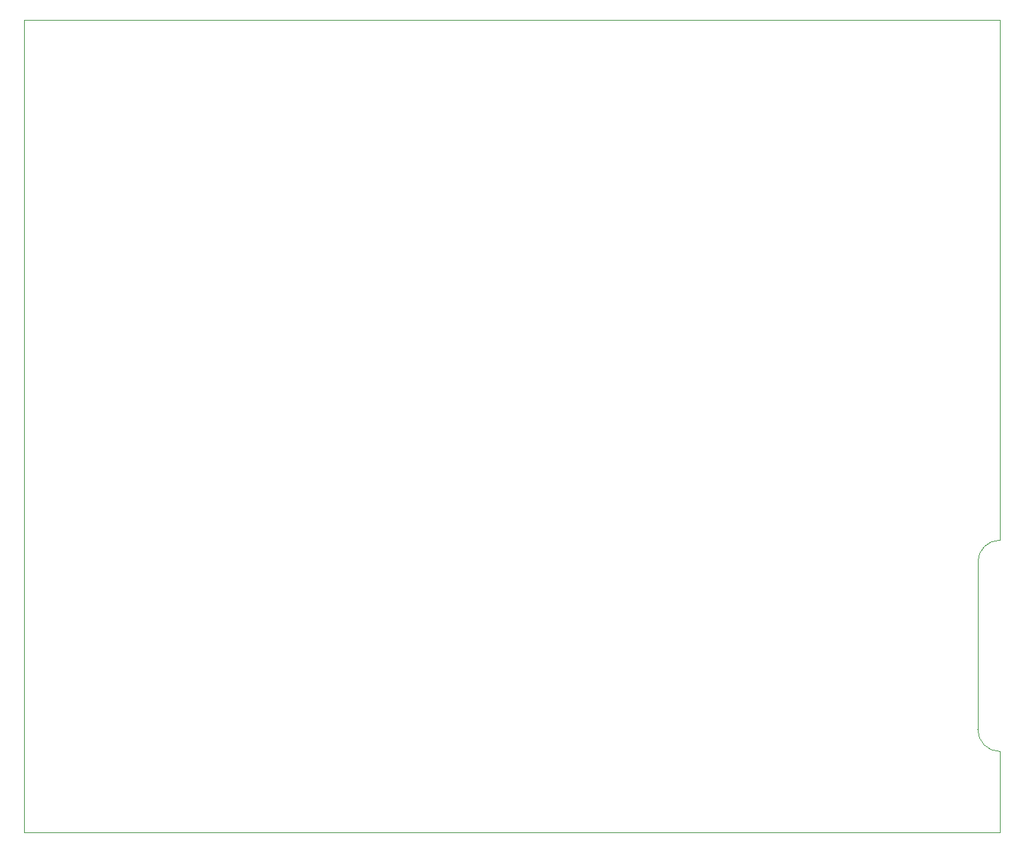
<source format=gm1>
G04 --- HEADER BEGIN --- *
%TF.GenerationSoftware,LibrePCB,LibrePCB,0.1.4*%
%TF.CreationDate,2020-06-28T21:35:14*%
%TF.ProjectId,Hydro Battery Charger - default,71762d7e-e7f1-403c-8020-db9670c01e9b,v4*%
%TF.Part,Single*%
%FSLAX66Y66*%
%MOMM*%
G01*
G74*
G04 --- HEADER END --- *
G04 --- APERTURE LIST BEGIN --- *
%ADD10C,0.001*%
G04 --- APERTURE LIST END --- *
G04 --- BOARD BEGIN --- *
D10*
X0Y0D02*
X120000000Y0D01*
X120000000Y10000000D01*
G75*
G02*
X117300000Y12700000I0J2700000D01*
G01*
X117300000Y33300000D01*
G02*
X120000000Y36000000I2700000J0D01*
G01*
X120000000Y100000000D01*
X0Y100000000D01*
X0Y0D01*
G04 --- BOARD END --- *
%TF.MD5,a68a8c0fcb9d37b8a22028475aabcf52*%
M02*

</source>
